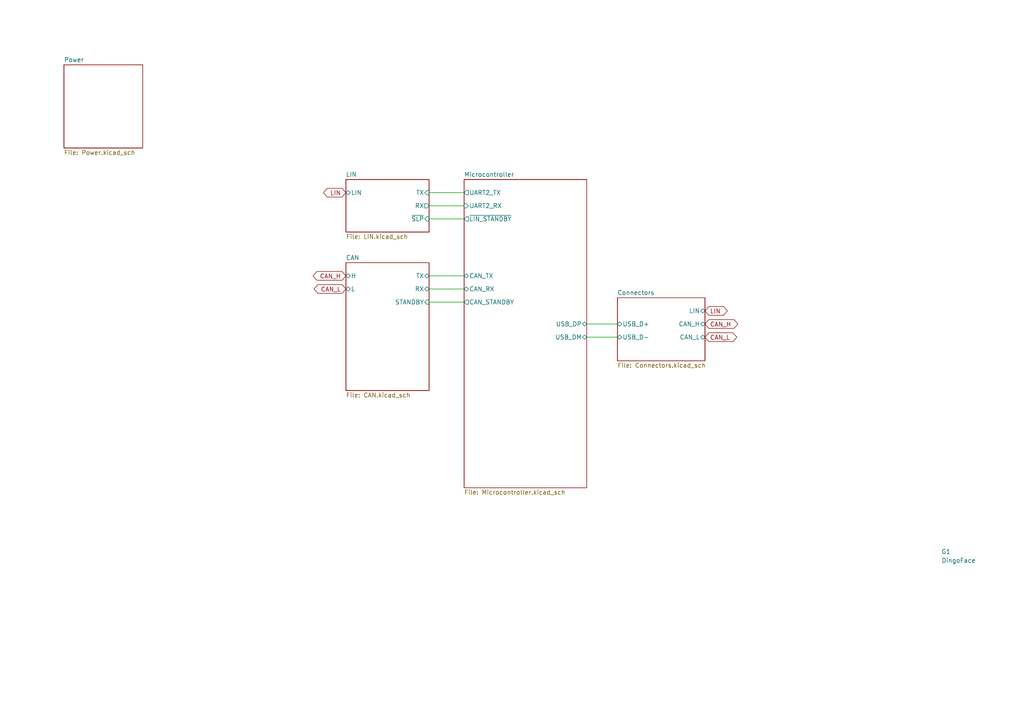
<source format=kicad_sch>
(kicad_sch (version 20250114) (generator "eeschema") (generator_version "9.0")
  (paper "A4")
  (title_block (title "LINBoard") (date "2025-08-11") (rev "V1") (company "Dingo Electronics") (comment 1 "Cory Grant"))
  (lib_symbols
    (symbol "DRT_Logo:DRT_Logo" (pin_names (offset 1.016))
      (property "Reference" "G" (at 0 2.54 0))
      (property "Value" "DRT_Logo" (at 0 0 0))
    )
  )
  (wire (pts (xy 124.46 83.82) (xy 134.62 83.82)))
  (wire (pts (xy 124.46 63.5) (xy 134.62 63.5)))
  (wire (pts (xy 124.46 87.63) (xy 134.62 87.63)))
  (wire (pts (xy 170.18 93.98) (xy 179.07 93.98)))
  (wire (pts (xy 170.18 97.79) (xy 179.07 97.79)))
  (wire (pts (xy 124.46 80.01) (xy 134.62 80.01)))
  (wire (pts (xy 124.46 59.69) (xy 134.62 59.69)))
  (wire (pts (xy 124.46 55.88) (xy 134.62 55.88)))
  (global_label "LIN" (shape bidirectional) (at 100.33 55.88 180) (property "Intersheetrefs" "${INTERSHEET_REFS}" (effects (hide yes))))
  (global_label "CAN_L" (shape bidirectional) (at 204.47 97.79 0) (property "Intersheetrefs" "${INTERSHEET_REFS}" (effects (hide yes))))
  (global_label "CAN_L" (shape bidirectional) (at 100.33 83.82 180) (property "Intersheetrefs" "${INTERSHEET_REFS}" (effects (hide yes))))
  (global_label "CAN_H" (shape bidirectional) (at 100.33 80.01 180) (property "Intersheetrefs" "${INTERSHEET_REFS}" (effects (hide yes))))
  (global_label "CAN_H" (shape bidirectional) (at 204.47 93.98 0) (property "Intersheetrefs" "${INTERSHEET_REFS}" (effects (hide yes))))
  (global_label "LIN" (shape bidirectional) (at 204.47 90.17 0) (property "Intersheetrefs" "${INTERSHEET_REFS}" (effects (hide yes))))
  (symbol (lib_id "DRT_Logo:DRT_Logo") (at 271.78 161.29 0) (unit 1) (in_bom no)
    (property "Reference" "G1" (at 273.05 160.0199 0) (effects (justify left)))
    (property "Value" "DingoFace" (at 273.05 162.5599 0) (effects (justify left)))
    (property "Footprint" "DRTLogo:DingoFaceNoFill" (effects (hide yes)))
  )
  (sheet (at 179.07 86.36) (size 25.4 18.288) (stroke (width 0.1524))
    (property "Sheetname" "Connectors" (at 179.07 85.6484 0) (effects (justify left bottom)))
    (property "Sheetfile" "Connectors.kicad_sch" (at 179.07 105.2326 0) (effects (justify left top)))
    (pin "LIN" bidirectional (at 204.47 90.17 0))
    (pin "CAN_H" bidirectional (at 204.47 93.98 0))
    (pin "CAN_L" bidirectional (at 204.47 97.79 0))
    (pin "USB_D+" bidirectional (at 179.07 93.98 180))
    (pin "USB_D-" bidirectional (at 179.07 97.79 180))
  )
  (sheet (at 100.33 76.2) (size 24.13 37.084) (stroke (width 0.1524))
    (property "Sheetname" "CAN" (at 100.33 75.4884 0) (effects (justify left bottom)))
    (property "Sheetfile" "CAN.kicad_sch" (at 100.33 113.8686 0) (effects (justify left top)))
    (pin "H" bidirectional (at 100.33 80.01 180))
    (pin "L" bidirectional (at 100.33 83.82 180))
    (pin "TX" bidirectional (at 124.46 80.01 0))
    (pin "RX" bidirectional (at 124.46 83.82 0))
    (pin "STANDBY" input (at 124.46 87.63 0))
  )
  (sheet (at 18.542 18.796) (size 22.86 24.13) (stroke (width 0.1524))
    (property "Sheetname" "Power" (at 18.542 18.0844 0) (effects (justify left bottom)))
    (property "Sheetfile" "Power.kicad_sch" (at 18.542 43.5106 0) (effects (justify left top)))
  )
  (sheet (at 134.62 52.07) (size 35.56 89.408) (stroke (width 0.1524))
    (property "Sheetname" "Microcontroller" (at 134.62 51.3584 0) (effects (justify left bottom)))
    (property "Sheetfile" "Microcontroller.kicad_sch" (at 134.62 142.0626 0) (effects (justify left top)))
    (pin "USB_DP" bidirectional (at 170.18 93.98 0))
    (pin "USB_DM" bidirectional (at 170.18 97.79 0))
    (pin "CAN_RX" bidirectional (at 134.62 83.82 180))
    (pin "CAN_TX" bidirectional (at 134.62 80.01 180))
    (pin "CAN_STANDBY" output (at 134.62 87.63 180))
    (pin "~{LIN_STANDBY}" output (at 134.62 63.5 180))
    (pin "UART2_RX" input (at 134.62 59.69 180))
    (pin "UART2_TX" output (at 134.62 55.88 180))
  )
  (sheet (at 100.33 52.07) (size 24.13 15.24) (stroke (width 0.1524))
    (property "Sheetname" "LIN" (at 100.33 51.3584 0) (effects (justify left bottom)))
    (property "Sheetfile" "LIN.kicad_sch" (at 100.33 67.8946 0) (effects (justify left top)))
    (pin "LIN" bidirectional (at 100.33 55.88 180))
    (pin "~{SLP}" input (at 124.46 63.5 0))
    (pin "RX" output (at 124.46 59.69 0))
    (pin "TX" input (at 124.46 55.88 0))
  )
)
</source>
